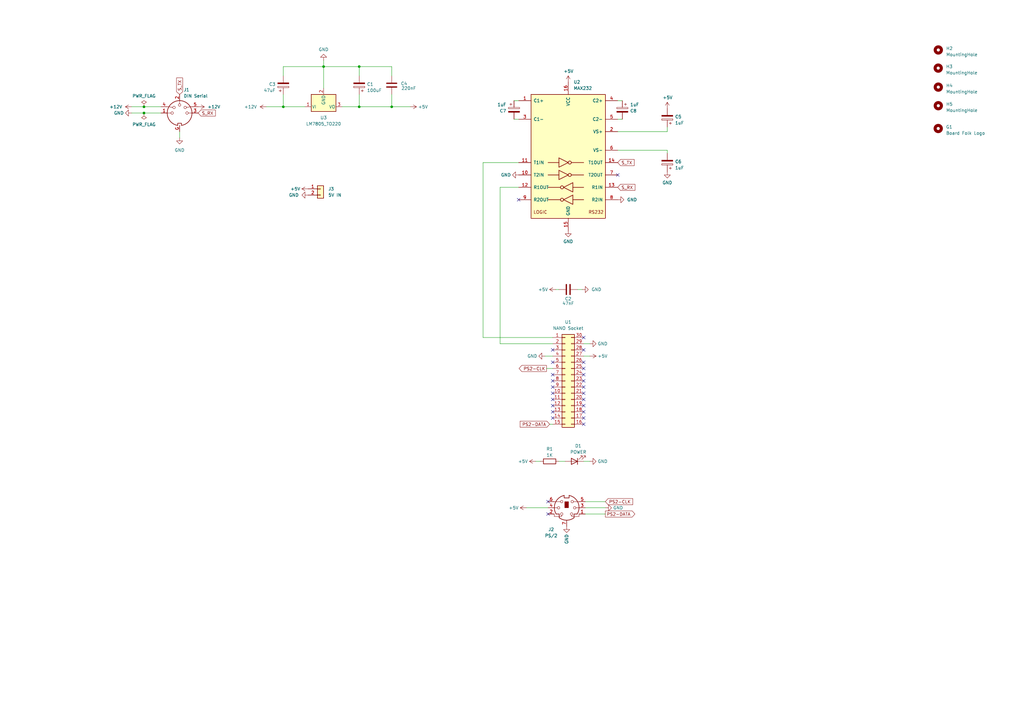
<source format=kicad_sch>
(kicad_sch (version 20230121) (generator eeschema)
  (paper "A3")
  (lib_symbols
    (symbol "Connector_Generic:Conn_01x02" (pin_names (offset 1.016) hide)
      (property "Reference" "J" (at 0 2.54 0))
      (property "Value" "Conn_01x02" (at 0 -5.08 0))
      (symbol "Conn_01x02_1_1"
        (rectangle (start -1.27 -2.413) (end 0 -2.667) (stroke (width 0.1524)))
        (rectangle (start -1.27 0.127) (end 0 -0.127) (stroke (width 0.1524)))
        (rectangle (start -1.27 1.27) (end 1.27 -3.81) (stroke (width 0.254)) (fill (type background)))
        (pin passive line (at -5.08 0 0) (length 3.81) (name "Pin_1") (number "1"))
        (pin passive line (at -5.08 -2.54 0) (length 3.81) (name "Pin_2") (number "2"))
      )
    )
    (symbol "Connector_Generic:Conn_02x15_Counter_Clockwise" (pin_names (offset 1.016) hide)
      (property "Reference" "J" (at 1.27 20.32 0))
      (property "Value" "Conn_02x15_Counter_Clockwise" (at 1.27 -20.32 0))
      (symbol "Conn_02x15_Counter_Clockwise_1_1"
        (rectangle (start -1.27 -17.653) (end 0 -17.907) (stroke (width 0.1524)))
        (rectangle (start -1.27 -15.113) (end 0 -15.367) (stroke (width 0.1524)))
        (rectangle (start -1.27 -12.573) (end 0 -12.827) (stroke (width 0.1524)))
        (rectangle (start -1.27 -10.033) (end 0 -10.287) (stroke (width 0.1524)))
        (rectangle (start -1.27 -7.493) (end 0 -7.747) (stroke (width 0.1524)))
        (rectangle (start -1.27 -4.953) (end 0 -5.207) (stroke (width 0.1524)))
        (rectangle (start -1.27 -2.413) (end 0 -2.667) (stroke (width 0.1524)))
        (rectangle (start -1.27 0.127) (end 0 -0.127) (stroke (width 0.1524)))
        (rectangle (start -1.27 2.667) (end 0 2.413) (stroke (width 0.1524)))
        (rectangle (start -1.27 5.207) (end 0 4.953) (stroke (width 0.1524)))
        (rectangle (start -1.27 7.747) (end 0 7.493) (stroke (width 0.1524)))
        (rectangle (start -1.27 10.287) (end 0 10.033) (stroke (width 0.1524)))
        (rectangle (start -1.27 12.827) (end 0 12.573) (stroke (width 0.1524)))
        (rectangle (start -1.27 15.367) (end 0 15.113) (stroke (width 0.1524)))
        (rectangle (start -1.27 17.907) (end 0 17.653) (stroke (width 0.1524)))
        (rectangle (start -1.27 19.05) (end 3.81 -19.05) (stroke (width 0.254)) (fill (type background)))
        (rectangle (start 3.81 -17.653) (end 2.54 -17.907) (stroke (width 0.1524)))
        (rectangle (start 3.81 -15.113) (end 2.54 -15.367) (stroke (width 0.1524)))
        (rectangle (start 3.81 -12.573) (end 2.54 -12.827) (stroke (width 0.1524)))
        (rectangle (start 3.81 -10.033) (end 2.54 -10.287) (stroke (width 0.1524)))
        (rectangle (start 3.81 -7.493) (end 2.54 -7.747) (stroke (width 0.1524)))
        (rectangle (start 3.81 -4.953) (end 2.54 -5.207) (stroke (width 0.1524)))
        (rectangle (start 3.81 -2.413) (end 2.54 -2.667) (stroke (width 0.1524)))
        (rectangle (start 3.81 0.127) (end 2.54 -0.127) (stroke (width 0.1524)))
        (rectangle (start 3.81 2.667) (end 2.54 2.413) (stroke (width 0.1524)))
        (rectangle (start 3.81 5.207) (end 2.54 4.953) (stroke (width 0.1524)))
        (rectangle (start 3.81 7.747) (end 2.54 7.493) (stroke (width 0.1524)))
        (rectangle (start 3.81 10.287) (end 2.54 10.033) (stroke (width 0.1524)))
        (rectangle (start 3.81 12.827) (end 2.54 12.573) (stroke (width 0.1524)))
        (rectangle (start 3.81 15.367) (end 2.54 15.113) (stroke (width 0.1524)))
        (rectangle (start 3.81 17.907) (end 2.54 17.653) (stroke (width 0.1524)))
        (pin passive line (at -5.08 17.78 0) (length 3.81) (name "Pin_1") (number "1"))
        (pin passive line (at -5.08 -5.08 0) (length 3.81) (name "Pin_10") (number "10"))
        (pin passive line (at -5.08 -7.62 0) (length 3.81) (name "Pin_11") (number "11"))
        (pin passive line (at -5.08 -10.16 0) (length 3.81) (name "Pin_12") (number "12"))
        (pin passive line (at -5.08 -12.7 0) (length 3.81) (name "Pin_13") (number "13"))
        (pin passive line (at -5.08 -15.24 0) (length 3.81) (name "Pin_14") (number "14"))
        (pin passive line (at -5.08 -17.78 0) (length 3.81) (name "Pin_15") (number "15"))
        (pin passive line (at 7.62 -17.78 180) (length 3.81) (name "Pin_16") (number "16"))
        (pin passive line (at 7.62 -15.24 180) (length 3.81) (name "Pin_17") (number "17"))
        (pin passive line (at 7.62 -12.7 180) (length 3.81) (name "Pin_18") (number "18"))
        (pin passive line (at 7.62 -10.16 180) (length 3.81) (name "Pin_19") (number "19"))
        (pin passive line (at -5.08 15.24 0) (length 3.81) (name "Pin_2") (number "2"))
        (pin passive line (at 7.62 -7.62 180) (length 3.81) (name "Pin_20") (number "20"))
        (pin passive line (at 7.62 -5.08 180) (length 3.81) (name "Pin_21") (number "21"))
        (pin passive line (at 7.62 -2.54 180) (length 3.81) (name "Pin_22") (number "22"))
        (pin passive line (at 7.62 0 180) (length 3.81) (name "Pin_23") (number "23"))
        (pin passive line (at 7.62 2.54 180) (length 3.81) (name "Pin_24") (number "24"))
        (pin passive line (at 7.62 5.08 180) (length 3.81) (name "Pin_25") (number "25"))
        (pin passive line (at 7.62 7.62 180) (length 3.81) (name "Pin_26") (number "26"))
        (pin passive line (at 7.62 10.16 180) (length 3.81) (name "Pin_27") (number "27"))
        (pin passive line (at 7.62 12.7 180) (length 3.81) (name "Pin_28") (number "28"))
        (pin passive line (at 7.62 15.24 180) (length 3.81) (name "Pin_29") (number "29"))
        (pin passive line (at -5.08 12.7 0) (length 3.81) (name "Pin_3") (number "3"))
        (pin passive line (at 7.62 17.78 180) (length 3.81) (name "Pin_30") (number "30"))
        (pin passive line (at -5.08 10.16 0) (length 3.81) (name "Pin_4") (number "4"))
        (pin passive line (at -5.08 7.62 0) (length 3.81) (name "Pin_5") (number "5"))
        (pin passive line (at -5.08 5.08 0) (length 3.81) (name "Pin_6") (number "6"))
        (pin passive line (at -5.08 2.54 0) (length 3.81) (name "Pin_7") (number "7"))
        (pin passive line (at -5.08 0 0) (length 3.81) (name "Pin_8") (number "8"))
        (pin passive line (at -5.08 -2.54 0) (length 3.81) (name "Pin_9") (number "9"))
      )
    )
    (symbol "Device:C" (pin_numbers hide) (pin_names (offset 0.254))
      (property "Reference" "C" (at 0.635 2.54 0))
      (property "Value" "C" (at 0.635 -2.54 0))
      (symbol "C_0_1"
        (polyline (pts (xy -2.032 -0.762) (xy 2.032 -0.762)) (stroke (width 0.508)))
        (polyline (pts (xy -2.032 0.762) (xy 2.032 0.762)) (stroke (width 0.508)))
      )
      (symbol "C_1_1"
        (pin passive line (at 0 3.81 270) (length 2.794) (name "~") (number "1"))
        (pin passive line (at 0 -3.81 90) (length 2.794) (name "~") (number "2"))
      )
    )
    (symbol "Device:C_Polarized" (pin_numbers hide) (pin_names (offset 0.254))
      (property "Reference" "C" (at 0.635 2.54 0))
      (property "Value" "C_Polarized" (at 0.635 -2.54 0))
      (symbol "C_Polarized_0_1"
        (rectangle (start -2.286 0.508) (end 2.286 1.016))
        (polyline (pts (xy -1.778 2.286) (xy -0.762 2.286)))
        (polyline (pts (xy -1.27 2.794) (xy -1.27 1.778)))
        (rectangle (start 2.286 -0.508) (end -2.286 -1.016) (fill (type outline)))
      )
      (symbol "C_Polarized_1_1"
        (pin passive line (at 0 3.81 270) (length 2.794) (name "~") (number "1"))
        (pin passive line (at 0 -3.81 90) (length 2.794) (name "~") (number "2"))
      )
    )
    (symbol "Device:LED" (pin_numbers hide) (pin_names (offset 1.016) hide)
      (property "Reference" "D" (at 0 2.54 0))
      (property "Value" "LED" (at 0 -2.54 0))
      (symbol "LED_0_1"
        (polyline (pts (xy -1.27 -1.27) (xy -1.27 1.27)) (stroke (width 0.254)))
        (polyline (pts (xy -1.27 0) (xy 1.27 0)))
        (polyline (pts (xy 1.27 -1.27) (xy 1.27 1.27) (xy -1.27 0) (xy 1.27 -1.27)) (stroke (width 0.254)))
        (polyline (pts (xy -3.048 -0.762) (xy -4.572 -2.286) (xy -3.81 -2.286) (xy -4.572 -2.286) (xy -4.572 -1.524)))
        (polyline (pts (xy -1.778 -0.762) (xy -3.302 -2.286) (xy -2.54 -2.286) (xy -3.302 -2.286) (xy -3.302 -1.524)))
      )
      (symbol "LED_1_1"
        (pin passive line (at -3.81 0 0) (length 2.54) (name "K") (number "1"))
        (pin passive line (at 3.81 0 180) (length 2.54) (name "A") (number "2"))
      )
    )
    (symbol "Device:R" (pin_numbers hide) (pin_names (offset 0))
      (property "Reference" "R" (at 2.032 0 90))
      (property "Value" "R" (at 0 0 90))
      (symbol "R_0_1"
        (rectangle (start -1.016 -2.54) (end 1.016 2.54) (stroke (width 0.254)))
      )
      (symbol "R_1_1"
        (pin passive line (at 0 3.81 270) (length 1.27) (name "~") (number "1"))
        (pin passive line (at 0 -3.81 90) (length 1.27) (name "~") (number "2"))
      )
    )
    (symbol "Interface_UART:MAX232" (pin_names (offset 1.016))
      (property "Reference" "U" (at -2.54 28.575 0))
      (property "Value" "MAX232" (at -2.54 26.67 0))
      (symbol "MAX232_0_0"
        (text "LOGIC" (at -11.43 -22.86 0) (effects (font (size 1.27 1.27))))
        (text "RS232" (at 11.43 -22.86 0) (effects (font (size 1.27 1.27))))
      )
      (symbol "MAX232_0_1"
        (rectangle (start -15.24 -25.4) (end 15.24 25.4) (stroke (width 0.254)) (fill (type background)))
        (circle (center -2.54 -17.78) (radius 0.635) (stroke (width 0.254)))
        (circle (center -2.54 -12.7) (radius 0.635) (stroke (width 0.254)))
        (polyline (pts (xy -3.81 -7.62) (xy -8.255 -7.62)) (stroke (width 0.254)))
        (polyline (pts (xy -3.81 -2.54) (xy -8.255 -2.54)) (stroke (width 0.254)))
        (polyline (pts (xy -3.175 -17.78) (xy -8.255 -17.78)) (stroke (width 0.254)))
        (polyline (pts (xy -3.175 -12.7) (xy -8.255 -12.7)) (stroke (width 0.254)))
        (polyline (pts (xy 1.27 -7.62) (xy 6.35 -7.62)) (stroke (width 0.254)))
        (polyline (pts (xy 1.27 -2.54) (xy 6.35 -2.54)) (stroke (width 0.254)))
        (polyline (pts (xy 1.905 -17.78) (xy 6.35 -17.78)) (stroke (width 0.254)))
        (polyline (pts (xy 1.905 -12.7) (xy 6.35 -12.7)) (stroke (width 0.254)))
        (polyline (pts (xy -3.81 -5.715) (xy -3.81 -9.525) (xy 0 -7.62) (xy -3.81 -5.715)) (stroke (width 0.254)))
        (polyline (pts (xy -3.81 -0.635) (xy -3.81 -4.445) (xy 0 -2.54) (xy -3.81 -0.635)) (stroke (width 0.254)))
        (polyline (pts (xy 1.905 -15.875) (xy 1.905 -19.685) (xy -1.905 -17.78) (xy 1.905 -15.875)) (stroke (width 0.254)))
        (polyline (pts (xy 1.905 -10.795) (xy 1.905 -14.605) (xy -1.905 -12.7) (xy 1.905 -10.795)) (stroke (width 0.254)))
        (circle (center 0.635 -7.62) (radius 0.635) (stroke (width 0.254)))
        (circle (center 0.635 -2.54) (radius 0.635) (stroke (width 0.254)))
      )
      (symbol "MAX232_1_1"
        (pin passive line (at -20.32 22.86 0) (length 5.08) (name "C1+") (number "1"))
        (pin input line (at -20.32 -7.62 0) (length 5.08) (name "T2IN") (number "10"))
        (pin input line (at -20.32 -2.54 0) (length 5.08) (name "T1IN") (number "11"))
        (pin output line (at -20.32 -12.7 0) (length 5.08) (name "R1OUT") (number "12"))
        (pin input line (at 20.32 -12.7 180) (length 5.08) (name "R1IN") (number "13"))
        (pin output line (at 20.32 -2.54 180) (length 5.08) (name "T1OUT") (number "14"))
        (pin power_in line (at 0 -30.48 90) (length 5.08) (name "GND") (number "15"))
        (pin power_in line (at 0 30.48 270) (length 5.08) (name "VCC") (number "16"))
        (pin power_out line (at 20.32 10.16 180) (length 5.08) (name "VS+") (number "2"))
        (pin passive line (at -20.32 15.24 0) (length 5.08) (name "C1-") (number "3"))
        (pin passive line (at 20.32 22.86 180) (length 5.08) (name "C2+") (number "4"))
        (pin passive line (at 20.32 15.24 180) (length 5.08) (name "C2-") (number "5"))
        (pin power_out line (at 20.32 2.54 180) (length 5.08) (name "VS-") (number "6"))
        (pin output line (at 20.32 -7.62 180) (length 5.08) (name "T2OUT") (number "7"))
        (pin input line (at 20.32 -17.78 180) (length 5.08) (name "R2IN") (number "8"))
        (pin output line (at -20.32 -17.78 0) (length 5.08) (name "R2OUT") (number "9"))
      )
    )
    (symbol "Mechanical:MountingHole" (pin_names (offset 1.016))
      (property "Reference" "H" (at 0 5.08 0))
      (property "Value" "MountingHole" (at 0 3.175 0))
      (symbol "MountingHole_0_1"
        (circle (center 0 0) (radius 1.27) (stroke (width 1.27)))
      )
    )
    (symbol "Regulator_Linear:LM7805_TO220" (pin_names (offset 0.254))
      (property "Reference" "U" (at -3.81 3.175 0))
      (property "Value" "LM7805_TO220" (at 0 3.175 0))
      (symbol "LM7805_TO220_0_1"
        (rectangle (start -5.08 1.905) (end 5.08 -5.08) (stroke (width 0.254)) (fill (type background)))
      )
      (symbol "LM7805_TO220_1_1"
        (pin power_in line (at -7.62 0 0) (length 2.54) (name "VI") (number "1"))
        (pin power_in line (at 0 -7.62 90) (length 2.54) (name "GND") (number "2"))
        (pin power_out line (at 7.62 0 180) (length 2.54) (name "VO") (number "3"))
      )
    )
    (symbol "TIMPS2Key:DIN Serial" (pin_names (offset 1.016))
      (property "Reference" "REF**" (at -12.7 -5.08 0))
      (property "Value" "DIN Serial" (at -12.7 -7.62 0))
      (symbol "DIN Serial_0_1"
        (arc (start -5.08 0) (mid -3.8609 -3.3364) (end -0.762 -5.08) (stroke (width 0.254)))
        (circle (center -3.048 0) (radius 0.508))
        (circle (center -2.286 2.286) (radius 0.508))
        (polyline (pts (xy -5.08 0) (xy -3.556 0)))
        (polyline (pts (xy 0 5.08) (xy 0 3.81)))
        (polyline (pts (xy 5.08 0) (xy 3.556 0)))
        (polyline (pts (xy -5.08 2.54) (xy -4.318 2.54) (xy -2.794 2.286)))
        (polyline (pts (xy 5.08 2.54) (xy 4.318 2.54) (xy 2.794 2.286)))
        (polyline (pts (xy -0.762 -4.953) (xy -0.762 -4.191) (xy 0.762 -4.191) (xy 0.762 -4.953)) (stroke (width 0.254)))
        (circle (center 0 3.302) (radius 0.508))
        (arc (start 0.762 -5.08) (mid 3.8685 -3.343) (end 5.08 0) (stroke (width 0.254)))
        (circle (center 2.286 2.286) (radius 0.508))
        (circle (center 3.048 0) (radius 0.508))
        (arc (start 5.08 0) (mid 0 5.0579) (end -5.08 0) (stroke (width 0.254)))
      )
      (symbol "DIN Serial_1_1"
        (pin passive line (at -7.62 0 0) (length 2.54) (name "~") (number "1"))
        (pin passive line (at 0 7.62 270) (length 2.54) (name "~") (number "2"))
        (pin passive line (at 7.62 0 180) (length 2.54) (name "~") (number "3"))
        (pin passive line (at -7.62 2.54 0) (length 2.54) (name "~") (number "4"))
        (pin passive line (at 7.62 2.54 180) (length 2.54) (name "~") (number "5"))
        (pin passive line (at 0 -7.62 90) (length 2.54) (name "~") (number "G"))
      )
    )
    (symbol "TIMPS2Key:Mini-DIN-6" (pin_names (offset 1.016))
      (property "Reference" "J3" (at 0.0177 10.16 0))
      (property "Value" "PS/2" (at 0.0177 7.62 0))
      (symbol "Mini-DIN-6_0_1"
        (circle (center -3.302 0) (radius 0.508))
        (arc (start -3.048 -4.064) (mid 0 -5.08) (end 3.048 -4.064) (stroke (width 0.254)))
        (circle (center -2.032 -2.54) (radius 0.508))
        (circle (center -2.032 2.54) (radius 0.508))
        (arc (start -1.016 5.08) (mid -4.6243 2.1182) (end -4.318 -2.54) (stroke (width 0.254)))
        (rectangle (start -0.762 2.54) (end 0.762 0) (fill (type outline)))
        (polyline (pts (xy -3.81 0) (xy -5.08 0)))
        (polyline (pts (xy -2.54 2.54) (xy -5.08 2.54)))
        (polyline (pts (xy 2.794 2.54) (xy 5.08 2.54)))
        (polyline (pts (xy 5.08 0) (xy 3.81 0)))
        (polyline (pts (xy -4.318 -2.54) (xy -3.048 -2.54) (xy -3.048 -4.064)) (stroke (width 0.254)))
        (polyline (pts (xy 4.318 -2.54) (xy 3.048 -2.54) (xy 3.048 -4.064)) (stroke (width 0.254)))
        (polyline (pts (xy -2.032 -3.048) (xy -2.032 -3.556) (xy -5.08 -3.556) (xy -5.08 -2.54)))
        (polyline (pts (xy -1.016 5.08) (xy -1.016 4.064) (xy 1.016 4.064) (xy 1.016 5.08)) (stroke (width 0.254)))
        (polyline (pts (xy 2.032 -3.048) (xy 2.032 -3.556) (xy 5.08 -3.556) (xy 5.08 -2.54)))
        (circle (center 2.032 -2.54) (radius 0.508))
        (circle (center 2.286 2.54) (radius 0.508))
        (circle (center 3.302 0) (radius 0.508))
        (arc (start 4.318 -2.54) (mid 4.6646 2.1357) (end 1.016 5.08) (stroke (width 0.254)))
      )
      (symbol "Mini-DIN-6_1_1"
        (pin passive line (at 7.62 -2.54 180) (length 2.54) (name "~") (number "1"))
        (pin passive line (at -7.62 -2.54 0) (length 2.54) (name "~") (number "2"))
        (pin passive line (at 7.62 0 180) (length 2.54) (name "~") (number "3"))
        (pin passive line (at -7.62 0 0) (length 2.54) (name "~") (number "4"))
        (pin passive line (at 7.62 2.54 180) (length 2.54) (name "~") (number "5"))
        (pin passive line (at -7.62 2.54 0) (length 2.54) (name "~") (number "6"))
        (pin passive line (at 0 -7.62 90) (length 2.54) (name "") (number "7"))
      )
    )
    (symbol "power:+12V" (power) (pin_names (offset 0))
      (property "Value" "+12V" (at 0 3.556 0))
      (symbol "+12V_0_1"
        (polyline (pts (xy -0.762 1.27) (xy 0 2.54)))
        (polyline (pts (xy 0 0) (xy 0 2.54)))
        (polyline (pts (xy 0 2.54) (xy 0.762 1.27)))
      )
      (symbol "+12V_1_1"
        (pin power_in line (at 0 0 90) (length 0) hide (name "+12V") (number "1"))
      )
    )
    (symbol "power:+5V" (power) (pin_names (offset 0))
      (property "Value" "+5V" (at 0 3.556 0))
      (symbol "+5V_0_1"
        (polyline (pts (xy -0.762 1.27) (xy 0 2.54)))
        (polyline (pts (xy 0 0) (xy 0 2.54)))
        (polyline (pts (xy 0 2.54) (xy 0.762 1.27)))
      )
      (symbol "+5V_1_1"
        (pin power_in line (at 0 0 90) (length 0) hide (name "+5V") (number "1"))
      )
    )
    (symbol "power:GND" (power) (pin_names (offset 0))
      (property "Value" "GND" (at 0 -3.81 0))
      (symbol "GND_0_1"
        (polyline (pts (xy 0 0) (xy 0 -1.27) (xy 1.27 -1.27) (xy 0 -2.54) (xy -1.27 -1.27) (xy 0 -1.27)))
      )
      (symbol "GND_1_1"
        (pin power_in line (at 0 0 270) (length 0) hide (name "GND") (number "1"))
      )
    )
    (symbol "power:PWR_FLAG" (power) (pin_numbers hide) (pin_names (offset 0) hide)
      (property "Value" "PWR_FLAG" (at 0 3.81 0))
      (symbol "PWR_FLAG_0_0"
        (pin power_out line (at 0 0 90) (length 0) (name "pwr") (number "1"))
      )
      (symbol "PWR_FLAG_0_1"
        (polyline (pts (xy 0 0) (xy 0 1.27) (xy -1.016 1.905) (xy 0 2.54) (xy 1.016 1.905) (xy 0 1.27)))
      )
    )
  )
  (junction (at 116.205 43.815))
  (junction (at 147.32 43.815))
  (junction (at 59.055 43.815))
  (junction (at 160.655 43.815))
  (junction (at 132.715 27.305))
  (junction (at 59.055 46.355))
  (junction (at 147.32 27.305))
  (no_connect (at 226.695 161.29))
  (no_connect (at 239.395 151.13))
  (no_connect (at 226.695 166.37))
  (no_connect (at 239.395 158.75))
  (no_connect (at 239.395 171.45))
  (no_connect (at 226.695 163.83))
  (no_connect (at 253.365 71.755))
  (no_connect (at 239.395 153.67))
  (no_connect (at 239.395 166.37))
  (no_connect (at 239.395 168.91))
  (no_connect (at 239.395 143.51))
  (no_connect (at 224.79 205.74))
  (no_connect (at 239.395 163.83))
  (no_connect (at 226.695 148.59))
  (no_connect (at 226.695 158.75))
  (no_connect (at 239.395 156.21))
  (no_connect (at 226.695 171.45))
  (no_connect (at 226.695 168.91))
  (no_connect (at 239.395 161.29))
  (no_connect (at 212.725 81.915))
  (no_connect (at 239.395 173.99))
  (no_connect (at 226.695 153.67))
  (no_connect (at 224.79 210.82))
  (no_connect (at 239.395 138.43))
  (no_connect (at 239.395 148.59))
  (no_connect (at 226.695 156.21))
  (no_connect (at 226.695 143.51))
  (wire (pts (xy 140.335 43.815) (xy 147.32 43.815)))
  (wire (pts (xy 212.725 76.835) (xy 205.105 76.835)))
  (wire (pts (xy 273.685 61.595) (xy 253.365 61.595)))
  (wire (pts (xy 210.82 41.275) (xy 212.725 41.275)))
  (wire (pts (xy 147.32 38.735) (xy 147.32 43.815)))
  (wire (pts (xy 160.655 43.815) (xy 168.275 43.815)))
  (wire (pts (xy 53.975 46.355) (xy 59.055 46.355)))
  (wire (pts (xy 147.32 43.815) (xy 160.655 43.815)))
  (wire (pts (xy 116.205 38.735) (xy 116.205 43.815)))
  (wire (pts (xy 239.395 189.23) (xy 241.935 189.23)))
  (wire (pts (xy 240.03 208.28) (xy 248.285 208.28)))
  (wire (pts (xy 215.9 208.28) (xy 224.79 208.28)))
  (wire (pts (xy 109.22 43.815) (xy 116.205 43.815)))
  (wire (pts (xy 59.055 43.815) (xy 66.04 43.815)))
  (wire (pts (xy 212.725 66.675) (xy 198.12 66.675)))
  (wire (pts (xy 147.32 27.305) (xy 160.655 27.305)))
  (wire (pts (xy 219.71 189.23) (xy 221.615 189.23)))
  (wire (pts (xy 236.855 118.745) (xy 238.76 118.745)))
  (wire (pts (xy 253.365 48.895) (xy 255.27 48.895)))
  (wire (pts (xy 53.975 43.815) (xy 59.055 43.815)))
  (wire (pts (xy 240.03 210.82) (xy 248.285 210.82)))
  (wire (pts (xy 273.685 53.975) (xy 253.365 53.975)))
  (wire (pts (xy 223.52 146.05) (xy 226.695 146.05)))
  (wire (pts (xy 273.685 52.07) (xy 273.685 53.975)))
  (wire (pts (xy 198.12 138.43) (xy 226.695 138.43)))
  (wire (pts (xy 160.655 38.735) (xy 160.655 43.815)))
  (wire (pts (xy 239.395 146.05) (xy 241.935 146.05)))
  (wire (pts (xy 273.685 62.865) (xy 273.685 61.595)))
  (wire (pts (xy 59.055 46.355) (xy 66.04 46.355)))
  (wire (pts (xy 116.205 43.815) (xy 125.095 43.815)))
  (wire (pts (xy 240.03 205.74) (xy 248.285 205.74)))
  (wire (pts (xy 198.12 66.675) (xy 198.12 138.43)))
  (wire (pts (xy 132.715 24.765) (xy 132.715 27.305)))
  (wire (pts (xy 73.66 53.975) (xy 73.66 56.515)))
  (wire (pts (xy 210.82 48.895) (xy 212.725 48.895)))
  (wire (pts (xy 147.32 27.305) (xy 147.32 31.115)))
  (wire (pts (xy 253.365 41.275) (xy 255.27 41.275)))
  (wire (pts (xy 132.715 27.305) (xy 147.32 27.305)))
  (wire (pts (xy 227.965 118.745) (xy 229.235 118.745)))
  (wire (pts (xy 205.105 140.97) (xy 226.695 140.97)))
  (wire (pts (xy 160.655 27.305) (xy 160.655 31.115)))
  (wire (pts (xy 224.155 151.13) (xy 226.695 151.13)))
  (wire (pts (xy 239.395 140.97) (xy 241.935 140.97)))
  (wire (pts (xy 132.715 27.305) (xy 132.715 36.195)))
  (wire (pts (xy 116.205 31.115) (xy 116.205 27.305)))
  (wire (pts (xy 225.425 173.99) (xy 226.695 173.99)))
  (wire (pts (xy 205.105 76.835) (xy 205.105 140.97)))
  (wire (pts (xy 116.205 27.305) (xy 132.715 27.305)))
  (wire (pts (xy 229.235 189.23) (xy 231.775 189.23)))
  (global_label "S_RX" (shape input) (at 253.365 76.835 0) (property "Intersheetrefs" "${INTERSHEET_REFS}" (effects hide)))
  (global_label "PS2-CLK" (shape output) (at 224.155 151.13 180) (property "Intersheetrefs" "${INTERSHEET_REFS}" (effects hide)))
  (global_label "PS2-DATA" (shape output) (at 248.285 210.82 0) (property "Intersheetrefs" "${INTERSHEET_REFS}" (effects hide)))
  (global_label "S_RX" (shape input) (at 81.28 46.355 0) (property "Intersheetrefs" "${INTERSHEET_REFS}" (effects hide)))
  (global_label "PS2-CLK" (shape input) (at 248.285 205.74 0) (property "Intersheetrefs" "${INTERSHEET_REFS}" (effects hide)))
  (global_label "S_TX" (shape input) (at 253.365 66.675 0) (property "Intersheetrefs" "${INTERSHEET_REFS}" (effects hide)))
  (global_label "PS2-DATA" (shape input) (at 225.425 173.99 180) (property "Intersheetrefs" "${INTERSHEET_REFS}" (effects hide)))
  (global_label "S_TX" (shape input) (at 73.66 38.735 90) (property "Intersheetrefs" "${INTERSHEET_REFS}" (effects hide)))
  (symbol (lib_id "power:GND") (at 253.365 81.915 90) (unit 1)
    (property "Reference" "#PWR023" (effects hide))
    (property "Value" "GND" (at 257.175 81.915 90) (effects (justify right)))
  )
  (symbol (lib_id "Interface_UART:MAX232") (at 233.045 64.135 0) (unit 1)
    (property "Reference" "U2" (at 235.2391 33.655 0) (effects (justify left)))
    (property "Value" "MAX232" (at 235.2391 36.195 0) (effects (justify left)))
    (property "Footprint" "Package_DIP:DIP-16_W7.62mm" (effects hide))
    (property "Datasheet" "http://www.ti.com/lit/ds/symlink/max232.pdf" (effects hide))
  )
  (symbol (lib_id "Connector_Generic:Conn_02x15_Counter_Clockwise") (at 231.775 156.21 0) (unit 1)
    (property "Reference" "U1" (at 233.045 132.08 0))
    (property "Value" "NANO Socket" (at 233.045 134.62 0))
    (property "Footprint" "Arduino:Arduino_Nano_WithMountingHoles" (effects hide))
  )
  (symbol (lib_id "Device:C_Polarized") (at 273.685 66.675 180) (unit 1)
    (property "Reference" "C6" (at 276.86 66.294 0) (effects (justify right)))
    (property "Value" "1uF" (at 276.86 68.834 0) (effects (justify right)))
    (property "Footprint" "Capacitor_THT:CP_Radial_D4.0mm_P2.00mm" (effects hide))
  )
  (symbol (lib_id "Mechanical:MountingHole") (at 384.8454 35.7348 0) (unit 1)
    (property "Reference" "H4" (at 388.0204 35.0998 0) (effects (justify left)))
    (property "Value" "MountingHole" (at 388.0204 37.6398 0) (effects (justify left)))
    (property "Footprint" "MountingHole:MountingHole_2.1mm" (effects hide))
  )
  (symbol (lib_id "power:+5V") (at 219.71 189.23 90) (unit 1)
    (property "Reference" "#PWR012" (effects hide))
    (property "Value" "+5V" (at 216.535 189.23 90) (effects (justify left)))
  )
  (symbol (lib_id "power:+5V") (at 126.365 77.47 90) (unit 1)
    (property "Reference" "#PWR024" (effects hide))
    (property "Value" "+5V" (at 123.19 77.47 90) (effects (justify left)))
  )
  (symbol (lib_id "Mechanical:MountingHole") (at 384.8454 43.3548 0) (unit 1)
    (property "Reference" "H5" (at 388.0204 42.7198 0) (effects (justify left)))
    (property "Value" "MountingHole" (at 388.0204 45.2598 0) (effects (justify left)))
    (property "Footprint" "MountingHole:MountingHole_2.1mm" (effects hide))
  )
  (symbol (lib_id "Device:C_Polarized") (at 273.685 48.26 180) (unit 1)
    (property "Reference" "C5" (at 276.86 47.879 0) (effects (justify right)))
    (property "Value" "1uF" (at 276.86 50.419 0) (effects (justify right)))
    (property "Footprint" "Capacitor_THT:CP_Radial_D4.0mm_P2.00mm" (effects hide))
  )
  (symbol (lib_id "TIMPS2Key:DIN Serial") (at 73.66 46.355 0) (unit 1)
    (property "Reference" "J1" (at 75.3111 36.83 0) (effects (justify left)))
    (property "Value" "DIN Serial" (at 75.3111 39.37 0) (effects (justify left)))
    (property "Footprint" "TIMPS2Key:DINSerial" (effects hide))
  )
  (symbol (lib_id "power:GND") (at 273.685 70.485 0) (unit 1)
    (property "Reference" "#PWR020" (effects hide))
    (property "Value" "GND" (at 273.685 74.93 0))
  )
  (symbol (lib_id "Mechanical:MountingHole") (at 384.8454 20.4948 0) (unit 1)
    (property "Reference" "H2" (at 388.0204 19.8598 0) (effects (justify left)))
    (property "Value" "MountingHole" (at 388.0204 22.3998 0) (effects (justify left)))
    (property "Footprint" "MountingHole:MountingHole_2.1mm" (effects hide))
  )
  (symbol (lib_id "Regulator_Linear:LM7805_TO220") (at 132.715 43.815 0) (mirror x) (unit 1)
    (property "Reference" "U3" (at 132.715 48.26 0))
    (property "Value" "LM7805_TO220" (at 132.715 50.8 0))
    (property "Footprint" "Package_TO_SOT_THT:TO-220-3_Vertical" (effects hide))
    (property "Datasheet" "https://www.onsemi.cn/PowerSolutions/document/MC7800-D.PDF" (effects hide))
  )
  (symbol (lib_id "Device:C_Polarized") (at 255.27 45.085 0) (mirror y) (unit 1)
    (property "Reference" "C8" (at 258.445 45.466 0) (effects (justify right)))
    (property "Value" "1uF" (at 258.445 42.926 0) (effects (justify right)))
    (property "Footprint" "Capacitor_THT:CP_Radial_D4.0mm_P2.00mm" (effects hide))
  )
  (symbol (lib_id "TIMPS2Key:Mini-DIN-6") (at 232.41 208.28 0) (unit 1)
    (property "Reference" "J2" (at 226.06 217.17 0))
    (property "Value" "PS/2" (at 226.06 219.71 0))
    (property "Footprint" "Arduino:Connector_Mini-DIN_Female_6Pin_2rows" (effects hide))
  )
  (symbol (lib_id "power:GND") (at 126.365 80.01 270) (unit 1)
    (property "Reference" "#PWR025" (effects hide))
    (property "Value" "GND" (at 122.555 80.01 90) (effects (justify right)))
  )
  (symbol (lib_id "Device:C_Polarized") (at 147.32 34.925 180) (unit 1)
    (property "Reference" "C1" (at 150.495 34.544 0) (effects (justify right)))
    (property "Value" "100uF" (at 150.495 37.084 0) (effects (justify right)))
    (property "Footprint" "Capacitor_THT:CP_Radial_D5.0mm_P2.00mm" (effects hide))
  )
  (symbol (lib_id "power:GND") (at 232.41 215.9 0) (unit 1)
    (property "Reference" "#PWR03" (effects hide))
    (property "Value" "GND" (at 232.41 219.075 90) (effects (justify right)))
  )
  (symbol (lib_id "power:PWR_FLAG") (at 59.055 46.355 180) (unit 1)
    (property "Reference" "#FLG05" (effects hide))
    (property "Value" "PWR_FLAG" (at 59.055 51.075 0))
  )
  (symbol (lib_id "power:+12V") (at 53.975 43.815 90) (unit 1)
    (property "Reference" "#PWR014" (effects hide))
    (property "Value" "+12V" (at 50.165 43.815 90) (effects (justify left)))
  )
  (symbol (lib_id "power:+12V") (at 81.28 43.815 270) (unit 1)
    (property "Reference" "#PWR013" (effects hide))
    (property "Value" "+12V" (at 85.09 43.815 90) (effects (justify left)))
  )
  (symbol (lib_id "power:+5V") (at 273.685 44.45 0) (unit 1)
    (property "Reference" "#PWR021" (effects hide))
    (property "Value" "+5V" (at 271.78 40.005 0) (effects (justify left)))
  )
  (symbol (lib_id "power:GND") (at 223.52 146.05 270) (unit 1)
    (property "Reference" "#PWR07" (effects hide))
    (property "Value" "GND" (at 220.345 146.05 90) (effects (justify right)))
  )
  (symbol (lib_id "Device:LED") (at 235.585 189.23 180) (unit 1)
    (property "Reference" "D1" (at 237.1725 182.88 0))
    (property "Value" "POWER" (at 237.1725 185.42 0))
    (property "Footprint" "LED_THT:LED_D3.0mm" (effects hide))
  )
  (symbol (lib_id "power:GND") (at 212.725 71.755 270) (unit 1)
    (property "Reference" "#PWR022" (effects hide))
    (property "Value" "GND" (at 209.55 71.755 90) (effects (justify right)))
  )
  (symbol (lib_id "power:GND") (at 238.76 118.745 90) (unit 1)
    (property "Reference" "#PWR09" (effects hide))
    (property "Value" "GND" (at 242.57 118.745 90) (effects (justify right)))
  )
  (symbol (lib_id "Device:R") (at 225.425 189.23 90) (unit 1)
    (property "Reference" "R1" (at 225.425 184.15 90))
    (property "Value" "1K" (at 225.425 186.69 90))
    (property "Footprint" "Resistor_THT:R_Axial_DIN0204_L3.6mm_D1.6mm_P7.62mm_Horizontal" (effects hide))
  )
  (symbol (lib_id "power:GND") (at 132.715 24.765 180) (unit 1)
    (property "Reference" "#PWR05" (effects hide))
    (property "Value" "GND" (at 132.715 20.32 0))
  )
  (symbol (lib_id "power:GND") (at 73.66 56.515 0) (unit 1)
    (property "Reference" "#PWR01" (effects hide))
    (property "Value" "GND" (at 73.66 61.595 0))
  )
  (symbol (lib_id "power:PWR_FLAG") (at 59.055 43.815 0) (unit 1)
    (property "Reference" "#FLG04" (effects hide))
    (property "Value" "PWR_FLAG" (at 59.055 39.37 0))
  )
  (symbol (lib_id "Device:C") (at 233.045 118.745 270) (unit 1)
    (property "Reference" "C2" (at 233.045 122.555 90))
    (property "Value" "47nF" (at 233.045 124.46 90))
    (property "Footprint" "Capacitor_THT:C_Disc_D4.3mm_W1.9mm_P5.00mm" (effects hide))
  )
  (symbol (lib_id "Device:C") (at 160.655 34.925 0) (unit 1)
    (property "Reference" "C4" (at 165.735 34.29 0))
    (property "Value" "220nF" (at 167.64 36.195 0))
    (property "Footprint" "Capacitor_THT:C_Disc_D4.3mm_W1.9mm_P5.00mm" (effects hide))
  )
  (symbol (lib_id "Mechanical:MountingHole") (at 384.81 27.94 0) (unit 1)
    (property "Reference" "H3" (at 387.985 27.305 0) (effects (justify left)))
    (property "Value" "MountingHole" (at 387.985 29.845 0) (effects (justify left)))
    (property "Footprint" "MountingHole:MountingHole_2.1mm" (effects hide))
  )
  (symbol (lib_id "Connector_Generic:Conn_01x02") (at 131.445 77.47 0) (unit 1)
    (property "Reference" "J3" (at 134.62 77.47 0) (effects (justify left)))
    (property "Value" "5V IN" (at 134.62 80.01 0) (effects (justify left)))
    (property "Footprint" "Connector_PinHeader_2.54mm:PinHeader_1x02_P2.54mm_Vertical" (effects hide))
  )
  (symbol (lib_id "power:+5V") (at 227.965 118.745 90) (unit 1)
    (property "Reference" "#PWR08" (effects hide))
    (property "Value" "+5V" (at 224.79 118.745 90) (effects (justify left)))
  )
  (symbol (lib_id "power:+12V") (at 109.22 43.815 90) (unit 1)
    (property "Reference" "#PWR017" (effects hide))
    (property "Value" "+12V" (at 105.41 43.815 90) (effects (justify left)))
  )
  (symbol (lib_id "Device:C_Polarized") (at 210.82 45.085 0) (unit 1)
    (property "Reference" "C7" (at 207.645 45.466 0) (effects (justify right)))
    (property "Value" "1uF" (at 207.645 42.926 0) (effects (justify right)))
    (property "Footprint" "Capacitor_THT:CP_Radial_D4.0mm_P2.00mm" (effects hide))
  )
  (symbol (lib_id "Device:C_Polarized") (at 116.205 34.925 0) (mirror x) (unit 1)
    (property "Reference" "C3" (at 113.03 34.544 0) (effects (justify right)))
    (property "Value" "47uF" (at 113.03 37.084 0) (effects (justify right)))
    (property "Footprint" "Capacitor_THT:CP_Radial_D5.0mm_P2.00mm" (effects hide))
  )
  (symbol (lib_id "power:+5V") (at 215.9 208.28 90) (unit 1)
    (property "Reference" "#PWR02" (effects hide))
    (property "Value" "+5V" (at 212.725 208.28 90) (effects (justify left)))
  )
  (symbol (lib_id "power:+5V") (at 233.045 33.655 0) (unit 1)
    (property "Reference" "#PWR06" (effects hide))
    (property "Value" "+5V" (at 231.14 29.21 0) (effects (justify left)))
  )
  (symbol (lib_id "power:GND") (at 241.935 140.97 90) (unit 1)
    (property "Reference" "#PWR010" (effects hide))
    (property "Value" "GND" (at 245.11 140.97 90) (effects (justify right)))
  )
  (symbol (lib_id "power:+5V") (at 241.935 146.05 270) (unit 1)
    (property "Reference" "#PWR011" (effects hide))
    (property "Value" "+5V" (at 245.11 146.05 90) (effects (justify left)))
  )
  (symbol (lib_id "power:+5V") (at 168.275 43.815 270) (unit 1)
    (property "Reference" "#PWR018" (effects hide))
    (property "Value" "+5V" (at 171.45 43.815 90) (effects (justify left)))
  )
  (symbol (lib_id "power:GND") (at 53.975 46.355 270) (unit 1)
    (property "Reference" "#PWR015" (effects hide))
    (property "Value" "GND" (at 50.8 46.355 90) (effects (justify right)))
  )
  (symbol (lib_id "Mechanical:MountingHole") (at 384.81 52.705 0) (unit 1)
    (property "Reference" "G1" (at 387.985 52.07 0) (effects (justify left)))
    (property "Value" "Board Folk Logo" (at 387.985 54.61 0) (effects (justify left)))
    (property "Footprint" "TIMPS2Key:BF8" (effects hide))
  )
  (symbol (lib_id "power:GND") (at 241.935 189.23 90) (unit 1)
    (property "Reference" "#PWR016" (effects hide))
    (property "Value" "GND" (at 245.11 189.23 90) (effects (justify right)))
  )
  (symbol (lib_id "power:GND") (at 233.045 94.615 0) (unit 1)
    (property "Reference" "#PWR019" (effects hide))
    (property "Value" "GND" (at 233.045 99.06 0))
  )
  (symbol (lib_id "power:GND") (at 248.285 208.28 90) (unit 1)
    (property "Reference" "#PWR04" (effects hide))
    (property "Value" "GND" (at 251.46 208.28 90) (effects (justify right)))
  )
)
</source>
